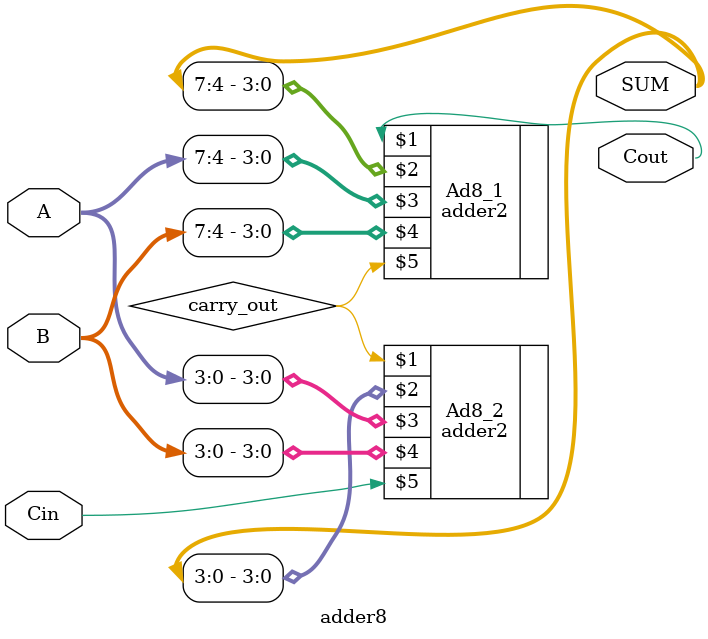
<source format=v>
/**************************************
* Module: adder8
* Date:2014-10-09  
* Author: Luís     
*
* Description: Sobador 8bits
***************************************/
module  adder8(Cout, SUM, A, B, Cin);
    output Cout;
    output [7:0] SUM;
    input [7:0] A;
    input [7:0] B;
    input Cin;
    wire carry_out;
   
//adder(Cout, Sum, A, B, Cin);
    adder2 Ad8_1 (Cout, SUM[7:4], A[7:4], B[7:4], carry_out);
    adder2 Ad8_2 (carry_out, SUM[3:0], A[3:0], B[3:0], Cin); 


endmodule


</source>
